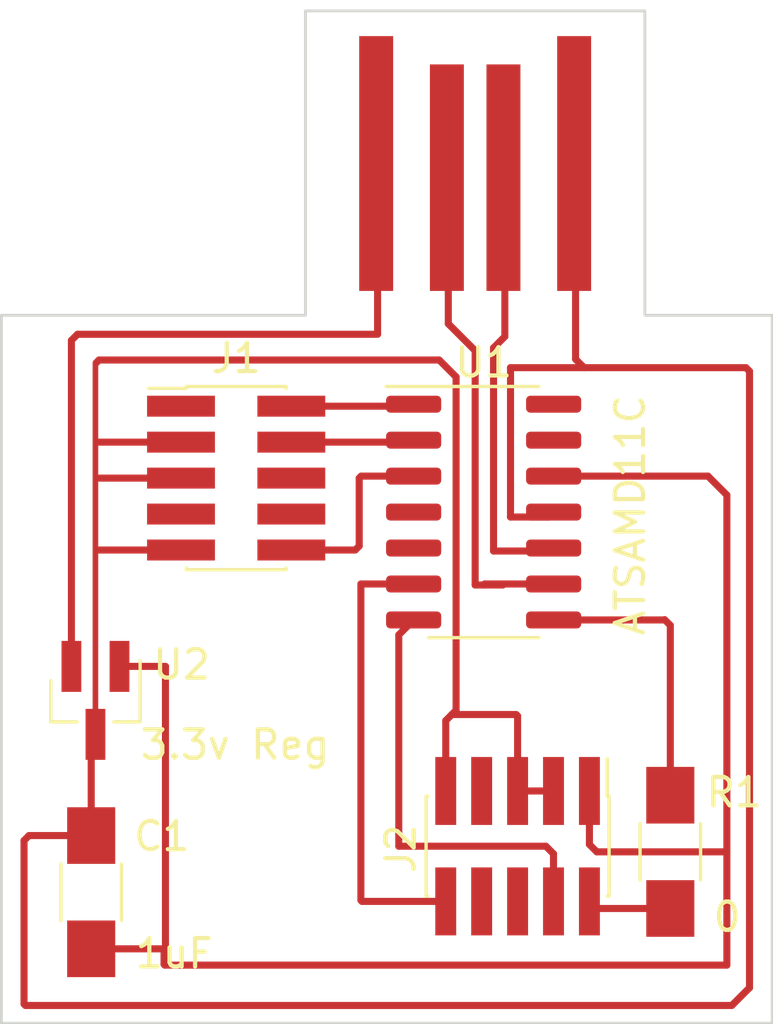
<source format=kicad_pcb>
(kicad_pcb (version 20211014) (generator pcbnew)
  (layers (0 "F.Cu" signal) (31 "B.Cu" signal) (34 "B.Paste" user) (35 "F.Paste" user) (36 "B.SilkS" user "B.Silkscreen") (37 "F.SilkS" user "F.Silkscreen") (38 "B.Mask" user) (39 "F.Mask" user) (44 "Edge.Cuts" user))
  (net 0 "")
  (net 1 "PWR_3V3")
  (net 2 "PWR_GND")
  (net 4 "PA05")
  (net 5 "PA08")
  (net 9 "PA09")
  (net 10 "DIO")
  (net 11 "CLK")
  (net 15 "RST")
  (net 16 "PA14")
  (net 17 "PA15")
  (net 18 "PA24")
  (net 19 "PA25")
  (net 20 "PA02")
  (net 21 "PA04")
  (net 22 "PWR_5V")
  (footprint "fab:PinHeader_2x05_P1.27mm_Vertical_SMD" (layer "F.Cu") (at 123 79 -90)
    (fp_text reference "J2" (at 0.09 4.13 90) (layer "F.SilkS"))
    (fp_text value "Conn_PinHeader_2x05_P1.27mm_Vertical_SMD" hide)
    (fp_line (start 1.765 3.17) (end 1.765 3.235) (layer "F.SilkS") (width 0.12))
    (fp_line (start -1.765 -3.235) (end 1.765 -3.235) (layer "F.SilkS") (width 0.12))
    (fp_line (start -3.09 -3.17) (end -1.765 -3.17) (layer "F.SilkS") (width 0.12))
    (fp_line (start -1.765 3.235) (end 1.765 3.235) (layer "F.SilkS") (width 0.12))
    (fp_line (start 1.765 -3.235) (end 1.765 -3.17) (layer "F.SilkS") (width 0.12))
    (fp_line (start -1.765 3.17) (end -1.765 3.235) (layer "F.SilkS") (width 0.12))
    (fp_line (start -1.765 -3.235) (end -1.765 -3.17) (layer "F.SilkS") (width 0.12))
    (pad "1" smd rect locked (at -1.95 -2.54 270) (size 2.4 0.74) (layers "F.Cu" "F.Paste" "F.Mask") (net 1 "PWR_3V3"))
    (pad "2" smd rect locked (at 1.95 -2.54 270) (size 2.4 0.74) (layers "F.Cu" "F.Paste" "F.Mask") (net 10 "DIO"))
    (pad "3" smd rect locked (at -1.95 -1.27 270) (size 2.4 0.74) (layers "F.Cu" "F.Paste" "F.Mask") (net 2 "PWR_GND"))
    (pad "4" smd rect locked (at 1.95 -1.27 270) (size 2.4 0.74) (layers "F.Cu" "F.Paste" "F.Mask") (net 11 "CLK"))
    (pad "5" smd rect locked (at -1.95 0 270) (size 2.4 0.74) (layers "F.Cu" "F.Paste" "F.Mask") (net 2 "PWR_GND"))
    (pad "6" smd rect locked (at 1.95 0 270) (size 2.4 0.74) (layers "F.Cu" "F.Paste" "F.Mask"))
    (pad "7" smd rect locked (at -1.95 1.27 270) (size 2.4 0.74) (layers "F.Cu" "F.Paste" "F.Mask"))
    (pad "8" smd rect locked (at 1.95 1.27 270) (size 2.4 0.74) (layers "F.Cu" "F.Paste" "F.Mask"))
    (pad "9" smd rect locked (at -1.95 2.54 270) (size 2.4 0.74) (layers "F.Cu" "F.Paste" "F.Mask") (net 2 "PWR_GND"))
    (pad "10" smd rect locked (at 1.95 2.54 270) (size 2.4 0.74) (layers "F.Cu" "F.Paste" "F.Mask") (net 15 "RST"))
  )
  (footprint "fab:SOT-23" (layer "F.Cu") (at 108.075 73.85 -90)
    (fp_text reference "U2" (at -1.26 -3.045 180) (layer "F.SilkS"))
    (fp_text value "3.3v Reg" (at 1.57 -4.935 180) (layer "F.SilkS"))
    (fp_line (start 0.76 1.58) (end 0.76 0.65) (layer "F.SilkS") (width 0.12))
    (fp_line (start 0.76 -1.58) (end -1.4 -1.58) (layer "F.SilkS") (width 0.12))
    (fp_line (start 0.76 -1.58) (end 0.76 -0.65) (layer "F.SilkS") (width 0.12))
    (fp_line (start 0.76 1.58) (end -0.7 1.58) (layer "F.SilkS") (width 0.12))
    (pad "1" smd rect (at -1.2 -0.85 270) (size 1.8 0.7) (layers "F.Cu" "F.Paste" "F.Mask") (net 1 "PWR_3V3"))
    (pad "2" smd rect (at -1.2 0.85 270) (size 1.8 0.7) (layers "F.Cu" "F.Paste" "F.Mask") (net 22 "PWR_5V"))
    (pad "3" smd rect (at 1.2 0 270) (size 1.8 0.7) (layers "F.Cu" "F.Paste" "F.Mask") (net 2 "PWR_GND"))
  )
  (footprint "fab:R_1206" (layer "F.Cu") (at 128.4 79.2 -90)
    (fp_text reference "R1" (at -2.1 -2.26 180) (layer "F.SilkS"))
    (fp_text value "0" (at 2.3 -2.01) (layer "F.SilkS"))
    (fp_line (start -1 -1.07) (end 1 -1.07) (layer "F.SilkS") (width 0.12))
    (fp_line (start 1 1.07) (end -1 1.07) (layer "F.SilkS") (width 0.12))
    (pad "1" smd rect locked (at -2 0 270) (size 2 1.7) (layers "F.Cu" "F.Paste" "F.Mask") (net 10 "DIO"))
    (pad "2" smd rect locked (at 2 0 270) (size 2 1.7) (layers "F.Cu" "F.Paste" "F.Mask") (net 10 "DIO"))
  )
  (footprint "fab:PinHeader_2x05_P1.27mm_Vertical_SMD" (layer "F.Cu") (at 113.05 66)
    (fp_text reference "J1" (at 0 -4.235) (layer "F.SilkS"))
    (fp_text value "Conn_PinHeader_2x05_P1.27mm_Vertical_SMD" hide)
    (fp_line (start -3.09 -3.17) (end -1.765 -3.17) (layer "F.SilkS") (width 0.12))
    (fp_line (start 1.765 3.17) (end 1.765 3.235) (layer "F.SilkS") (width 0.12))
    (fp_line (start 1.765 -3.235) (end 1.765 -3.17) (layer "F.SilkS") (width 0.12))
    (fp_line (start -1.765 3.235) (end 1.765 3.235) (layer "F.SilkS") (width 0.12))
    (fp_line (start -1.765 3.17) (end -1.765 3.235) (layer "F.SilkS") (width 0.12))
    (fp_line (start -1.765 -3.235) (end 1.765 -3.235) (layer "F.SilkS") (width 0.12))
    (fp_line (start -1.765 -3.235) (end -1.765 -3.17) (layer "F.SilkS") (width 0.12))
    (pad "1" smd rect locked (at -1.95 -2.54) (size 2.4 0.74) (layers "F.Cu" "F.Paste" "F.Mask"))
    (pad "2" smd rect locked (at 1.95 -2.54) (size 2.4 0.74) (layers "F.Cu" "F.Paste" "F.Mask") (net 4 "PA05"))
    (pad "3" smd rect locked (at -1.95 -1.27) (size 2.4 0.74) (layers "F.Cu" "F.Paste" "F.Mask") (net 2 "PWR_GND"))
    (pad "4" smd rect locked (at 1.95 -1.27) (size 2.4 0.74) (layers "F.Cu" "F.Paste" "F.Mask") (net 5 "PA08"))
    (pad "5" smd rect locked (at -1.95 0) (size 2.4 0.74) (layers "F.Cu" "F.Paste" "F.Mask") (net 2 "PWR_GND"))
    (pad "6" smd rect locked (at 1.95 0) (size 2.4 0.74) (layers "F.Cu" "F.Paste" "F.Mask"))
    (pad "7" smd rect locked (at -1.95 1.27) (size 2.4 0.74) (layers "F.Cu" "F.Paste" "F.Mask"))
    (pad "8" smd rect locked (at 1.95 1.27) (size 2.4 0.74) (layers "F.Cu" "F.Paste" "F.Mask"))
    (pad "9" smd rect locked (at -1.95 2.54) (size 2.4 0.74) (layers "F.Cu" "F.Paste" "F.Mask") (net 2 "PWR_GND"))
    (pad "10" smd rect locked (at 1.95 2.54) (size 2.4 0.74) (layers "F.Cu" "F.Paste" "F.Mask") (net 9 "PA09"))
  )
  (footprint "Package_SO:SOIC-14_3.9x8.7mm_P1.27mm" (layer "F.Cu") (at 121.8 67.2)
    (fp_text reference "U1" (at 0 -5.28) (layer "F.SilkS"))
    (fp_text value "ATSAMD11C" (at 5.18 0.11 90) (layer "F.SilkS"))
    (fp_line (start 0 -4.435) (end -3.45 -4.435) (layer "F.SilkS") (width 0.12))
    (fp_line (start 0 4.435) (end -1.95 4.435) (layer "F.SilkS") (width 0.12))
    (fp_line (start 0 -4.435) (end 1.95 -4.435) (layer "F.SilkS") (width 0.12))
    (fp_line (start 0 4.435) (end 1.95 4.435) (layer "F.SilkS") (width 0.12))
    (pad "1" smd roundrect (at -2.475 -3.81) (size 1.95 0.6) (layers "F.Cu" "F.Paste" "F.Mask") (net 4 "PA05"))
    (pad "2" smd roundrect (at -2.475 -2.54) (size 1.95 0.6) (layers "F.Cu" "F.Paste" "F.Mask") (net 5 "PA08"))
    (pad "3" smd roundrect (at -2.475 -1.27) (size 1.95 0.6) (layers "F.Cu" "F.Paste" "F.Mask") (net 9 "PA09"))
    (pad "4" smd roundrect (at -2.475 0) (size 1.95 0.6) (layers "F.Cu" "F.Paste" "F.Mask") (net 16 "PA14"))
    (pad "5" smd roundrect (at -2.475 1.27) (size 1.95 0.6) (layers "F.Cu" "F.Paste" "F.Mask") (net 17 "PA15"))
    (pad "6" smd roundrect (at -2.475 2.54) (size 1.95 0.6) (layers "F.Cu" "F.Paste" "F.Mask") (net 15 "RST"))
    (pad "7" smd roundrect (at -2.475 3.81) (size 1.95 0.6) (layers "F.Cu" "F.Paste" "F.Mask") (net 11 "CLK"))
    (pad "8" smd roundrect (at 2.475 3.81) (size 1.95 0.6) (layers "F.Cu" "F.Paste" "F.Mask") (net 10 "DIO"))
    (pad "9" smd roundrect (at 2.475 2.54) (size 1.95 0.6) (layers "F.Cu" "F.Paste" "F.Mask") (net 18 "PA24"))
    (pad "10" smd roundrect (at 2.475 1.27) (size 1.95 0.6) (layers "F.Cu" "F.Paste" "F.Mask") (net 19 "PA25"))
    (pad "11" smd roundrect (at 2.475 0) (size 1.95 0.6) (layers "F.Cu" "F.Paste" "F.Mask") (net 2 "PWR_GND"))
    (pad "12" smd roundrect (at 2.475 -1.27) (size 1.95 0.6) (layers "F.Cu" "F.Paste" "F.Mask") (net 1 "PWR_3V3"))
    (pad "13" smd roundrect (at 2.475 -2.54) (size 1.95 0.6) (layers "F.Cu" "F.Paste" "F.Mask") (net 20 "PA02"))
    (pad "14" smd roundrect (at 2.475 -3.81) (size 1.95 0.6) (layers "F.Cu" "F.Paste" "F.Mask") (net 21 "PA04"))
  )
  (footprint "fab:C_1206" (layer "F.Cu") (at 107.925 80.625 90)
    (fp_text reference "C1" (at 1.975 2.495 180) (layer "F.SilkS"))
    (fp_text value "1uF" (at -2.165 2.935 180) (layer "F.SilkS"))
    (fp_line (start -1 -1.07) (end 1 -1.07) (layer "F.SilkS") (width 0.12))
    (fp_line (start 1 1.07) (end -1 1.07) (layer "F.SilkS") (width 0.12))
    (pad "1" smd rect (at -2 0 90) (size 2 1.7) (layers "F.Cu" "F.Paste" "F.Mask") (net 1 "PWR_3V3"))
    (pad "2" smd rect (at 2 0 90) (size 2 1.7) (layers "F.Cu" "F.Paste" "F.Mask") (net 2 "PWR_GND"))
  )
  (footprint "fab:Conn_USB_A_Plain" (layer "F.Cu") (at 121.5 54.89 90)
    (fp_text reference "P1" hide)
    (fp_text value "Conn_USB_A_Plain" hide)
    (pad "1" smd rect (at 0 -3.5 90) (size 9 1.2) (layers "F.Cu" "F.Paste" "F.Mask") (net 22 "PWR_5V"))
    (pad "2" smd rect (at -0.5 -1 90) (size 8 1.2) (layers "F.Cu" "F.Paste" "F.Mask") (net 18 "PA24"))
    (pad "3" smd rect (at -0.5 1 90) (size 8 1.2) (layers "F.Cu" "F.Paste" "F.Mask") (net 19 "PA25"))
    (pad "4" smd rect (at 0 3.5 90) (size 9 1.2) (layers "F.Cu" "F.Paste" "F.Mask") (net 2 "PWR_GND"))
  )
  (gr_line (start 104.75 60.25) (end 115.5 60.25) (layer "Edge.Cuts") (width 0.1))
  (gr_line (start 127.5 60.25) (end 132 60.25) (layer "Edge.Cuts") (width 0.1))
  (gr_line (start 132 85.25) (end 104.75 85.25) (layer "Edge.Cuts") (width 0.1))
  (gr_line (start 115.5 49.5) (end 127.5 49.5) (layer "Edge.Cuts") (width 0.1))
  (gr_line (start 127.5 49.5) (end 127.5 60.25) (layer "Edge.Cuts") (width 0.1))
  (gr_line (start 132 85.25) (end 132 60.25) (layer "Edge.Cuts") (width 0.1))
  (gr_line (start 115.5 60.25) (end 115.5 49.5) (layer "Edge.Cuts") (width 0.1))
  (gr_line (start 104.75 85.25) (end 104.75 60.25) (layer "Edge.Cuts") (width 0.1))
  (segment (start 129.73 65.93) (end 130.4 66.6) (width 0.25) (layer "F.Cu") (net 1))
  (segment (start 108.925 72.65) (end 110.55 72.65) (width 0.25) (layer "F.Cu") (net 1))
  (segment (start 125.54 78.94) (end 125.54 77.05) (width 0.25) (layer "F.Cu") (net 1))
  (segment (start 125.8 79.2) (end 125.54 78.94) (width 0.25) (layer "F.Cu") (net 1))
  (segment (start 110.55 82.625) (end 110.525 82.65) (width 0.25) (layer "F.Cu") (net 1))
  (segment (start 110.525 83.2) (end 110.5 83.175) (width 0.25) (layer "F.Cu") (net 1))
  (segment (start 110.5 83.175) (end 110.5 82.625) (width 0.25) (layer "F.Cu") (net 1))
  (segment (start 130.4 66.6) (end 130.4 79.2) (width 0.25) (layer "F.Cu") (net 1))
  (segment (start 130.4 83.2) (end 110.525 83.2) (width 0.25) (layer "F.Cu") (net 1))
  (segment (start 130.4 79.2) (end 130.4 83.2) (width 0.25) (layer "F.Cu") (net 1))
  (segment (start 110.55 72.65) (end 110.55 82.625) (width 0.25) (layer "F.Cu") (net 1))
  (segment (start 124.275 65.93) (end 129.73 65.93) (width 0.25) (layer "F.Cu") (net 1))
  (segment (start 110.525 82.65) (end 110.5 82.625) (width 0.25) (layer "F.Cu") (net 1))
  (segment (start 110.5 82.625) (end 107.925 82.625) (width 0.25) (layer "F.Cu") (net 1))
  (segment (start 124.275 65.93) (end 124.651072 65.93) (width 0.25) (layer "F.Cu") (net 1))
  (segment (start 124.651072 65.93) (end 124.721072 66) (width 0.25) (layer "F.Cu") (net 1))
  (segment (start 130.4 79.2) (end 125.8 79.2) (width 0.25) (layer "F.Cu") (net 1))
  (segment (start 125.05 61.8) (end 125.35 62.1) (width 0.25) (layer "F.Cu") (net 2))
  (segment (start 120.825 74.2) (end 120.825 62.425) (width 0.25) (layer "F.Cu") (net 2))
  (segment (start 105.55 78.8) (end 105.725 78.625) (width 0.25) (layer "F.Cu") (net 2))
  (segment (start 120.675 74.35) (end 122.95 74.35) (width 0.25) (layer "F.Cu") (net 2))
  (segment (start 120.825 62.425) (end 120.23 61.83) (width 0.25) (layer "F.Cu") (net 2))
  (segment (start 125.35 62.1) (end 131.075 62.1) (width 0.25) (layer "F.Cu") (net 2))
  (segment (start 108.100489 61.929511) (end 108.074511 61.955489) (width 0.2) (layer "F.Cu") (net 2))
  (segment (start 131.2 62.225) (end 131.2 84) (width 0.25) (layer "F.Cu") (net 2))
  (segment (start 108.2 61.83) (end 108.100489 61.929511) (width 0.25) (layer "F.Cu") (net 2))
  (segment (start 131.2 84) (end 130.575 84.625) (width 0.25) (layer "F.Cu") (net 2))
  (segment (start 107.925 78.625) (end 107.925 75.2) (width 0.25) (layer "F.Cu") (net 2))
  (segment (start 122.75 62.1) (end 125.35 62.1) (width 0.25) (layer "F.Cu") (net 2))
  (segment (start 108.074511 61.955489) (end 108.074511 74.973533) (width 0.2) (layer "F.Cu") (net 2))
  (segment (start 105.725 78.625) (end 107.925 78.625) (width 0.25) (layer "F.Cu") (net 2))
  (segment (start 124.27 77.05) (end 123 77.05) (width 0.25) (layer "F.Cu") (net 2))
  (segment (start 111.1 66) (end 108.2 66) (width 0.25) (layer "F.Cu") (net 2))
  (segment (start 108.100489 74.999511) (end 108.075 75.025) (width 0.25) (layer "F.Cu") (net 2))
  (segment (start 111.1 68.54) (end 108.2 68.54) (width 0.25) (layer "F.Cu") (net 2))
  (segment (start 105.55 84.575) (end 105.55 78.8) (width 0.25) (layer "F.Cu") (net 2))
  (segment (start 105.6 84.625) (end 105.55 84.575) (width 0.25) (layer "F.Cu") (net 2))
  (segment (start 130.575 84.625) (end 105.6 84.625) (width 0.25) (layer "F.Cu") (net 2))
  (segment (start 108.074511 74.973533) (end 108.100489 74.999511) (width 0.2) (layer "F.Cu") (net 2))
  (segment (start 107.925 75.2) (end 108.075 75.05) (width 0.25) (layer "F.Cu") (net 2))
  (segment (start 122.95 74.35) (end 123 74.4) (width 0.25) (layer "F.Cu") (net 2))
  (segment (start 123 74.4) (end 123 77.05) (width 0.25) (layer "F.Cu") (net 2))
  (segment (start 120.675 74.35) (end 120.825 74.2) (width 0.25) (layer "F.Cu") (net 2))
  (segment (start 120.46 77.05) (end 120.46 74.565) (width 0.25) (layer "F.Cu") (net 2))
  (segment (start 120.23 61.83) (end 108.2 61.83) (width 0.25) (layer "F.Cu") (net 2))
  (segment (start 122.75 67.375) (end 122.75 62.1) (width 0.25) (layer "F.Cu") (net 2))
  (segment (start 120.46 74.565) (end 120.675 74.35) (width 0.25) (layer "F.Cu") (net 2))
  (segment (start 108.195 64.73) (end 111.1 64.73) (width 0.25) (layer "F.Cu") (net 2))
  (segment (start 125.05 54.5) (end 125.05 61.8) (width 0.25) (layer "F.Cu") (net 2))
  (segment (start 124.1 67.375) (end 122.75 67.375) (width 0.25) (layer "F.Cu") (net 2))
  (segment (start 131.075 62.1) (end 131.2 62.225) (width 0.25) (layer "F.Cu") (net 2))
  (segment (start 124.275 67.2) (end 124.1 67.375) (width 0.25) (layer "F.Cu") (net 2))
  (segment (start 119.255 63.46) (end 119.325 63.39) (width 0.25) (layer "F.Cu") (net 4))
  (segment (start 115 63.46) (end 119.255 63.46) (width 0.25) (layer "F.Cu") (net 4))
  (segment (start 119.325 64.66) (end 119.255 64.73) (width 0.25) (layer "F.Cu") (net 5))
  (segment (start 119.255 64.73) (end 115 64.73) (width 0.25) (layer "F.Cu") (net 5))
  (segment (start 117.4 68.4) (end 117.4 66) (width 0.25) (layer "F.Cu") (net 9))
  (segment (start 115 68.54) (end 117.26 68.54) (width 0.25) (layer "F.Cu") (net 9))
  (segment (start 117.4 66) (end 117.47 65.93) (width 0.25) (layer "F.Cu") (net 9))
  (segment (start 117.26 68.54) (end 117.4 68.4) (width 0.25) (layer "F.Cu") (net 9))
  (segment (start 117.47 65.93) (end 119.325 65.93) (width 0.25) (layer "F.Cu") (net 9))
  (segment (start 124.275 71.01) (end 128.19 71.01) (width 0.25) (layer "F.Cu") (net 10))
  (segment (start 128.4 81.2) (end 125.79 81.2) (width 0.25) (layer "F.Cu") (net 10))
  (segment (start 128.19 71.01) (end 128.2 71) (width 0.25) (layer "F.Cu") (net 10))
  (segment (start 125.79 81.2) (end 125.54 80.95) (width 0.25) (layer "F.Cu") (net 10))
  (segment (start 128.2 71) (end 128.4 71.2) (width 0.25) (layer "F.Cu") (net 10))
  (segment (start 128.4 71.2) (end 128.4 77.2) (width 0.25) (layer "F.Cu") (net 10))
  (segment (start 118.8 71.535) (end 119.325 71.01) (width 0.25) (layer "F.Cu") (net 11))
  (segment (start 124.27 80.95) (end 124.27 79.27) (width 0.25) (layer "F.Cu") (net 11))
  (segment (start 124.27 79.27) (end 124 79) (width 0.25) (layer "F.Cu") (net 11))
  (segment (start 124 79) (end 118.8 79) (width 0.25) (layer "F.Cu") (net 11))
  (segment (start 118.8 79) (end 118.8 71.535) (width 0.25) (layer "F.Cu") (net 11))
  (segment (start 117.46 80.91) (end 117.5 80.95) (width 0.25) (layer "F.Cu") (net 15))
  (segment (start 119.325 69.74) (end 117.46 69.74) (width 0.25) (layer "F.Cu") (net 15))
  (segment (start 117.46 69.74) (end 117.46 80.91) (width 0.25) (layer "F.Cu") (net 15))
  (segment (start 117.5 80.95) (end 120.46 80.95) (width 0.25) (layer "F.Cu") (net 15))
  (segment (start 122.51 69.74) (end 121.835 69.74) (width 0.25) (layer "F.Cu") (net 18))
  (segment (start 124.275 69.74) (end 122.51 69.74) (width 0.25) (layer "F.Cu") (net 18))
  (segment (start 122.475 69.775) (end 121.5 69.775) (width 0.25) (layer "F.Cu") (net 18))
  (segment (start 122.51 69.74) (end 122.475 69.775) (width 0.25) (layer "F.Cu") (net 18))
  (segment (start 121.5 69.775) (end 121.5 61.5) (width 0.25) (layer "F.Cu") (net 18))
  (segment (start 120.55 60.55) (end 120.55 55) (width 0.25) (layer "F.Cu") (net 18))
  (segment (start 121.5 61.5) (end 120.55 60.55) (width 0.25) (layer "F.Cu") (net 18))
  (segment (start 121.835 69.74) (end 121.8 69.775) (width 0.25) (layer "F.Cu") (net 18))
  (segment (start 122.55 61) (end 122.15 61.4) (width 0.25) (layer "F.Cu") (net 19))
  (segment (start 122.55 55) (end 122.55 61) (width 0.25) (layer "F.Cu") (net 19))
  (segment (start 122.15 68.575) (end 124.17 68.575) (width 0.25) (layer "F.Cu") (net 19))
  (segment (start 124.17 68.575) (end 124.275 68.47) (width 0.25) (layer "F.Cu") (net 19))
  (segment (start 122.15 61.4) (end 122.15 68.575) (width 0.25) (layer "F.Cu") (net 19))
  (segment (start 107.44 60.92) (end 107.225 61.135) (width 0.25) (layer "F.Cu") (net 22))
  (segment (start 107.225 61.135) (end 107.225 72.65) (width 0.25) (layer "F.Cu") (net 22))
  (segment (start 118.05 60.92) (end 107.44 60.92) (width 0.25) (layer "F.Cu") (net 22))
  (segment (start 118.05 54.5) (end 118.05 60.92) (width 0.25) (layer "F.Cu") (net 22))
)
</source>
